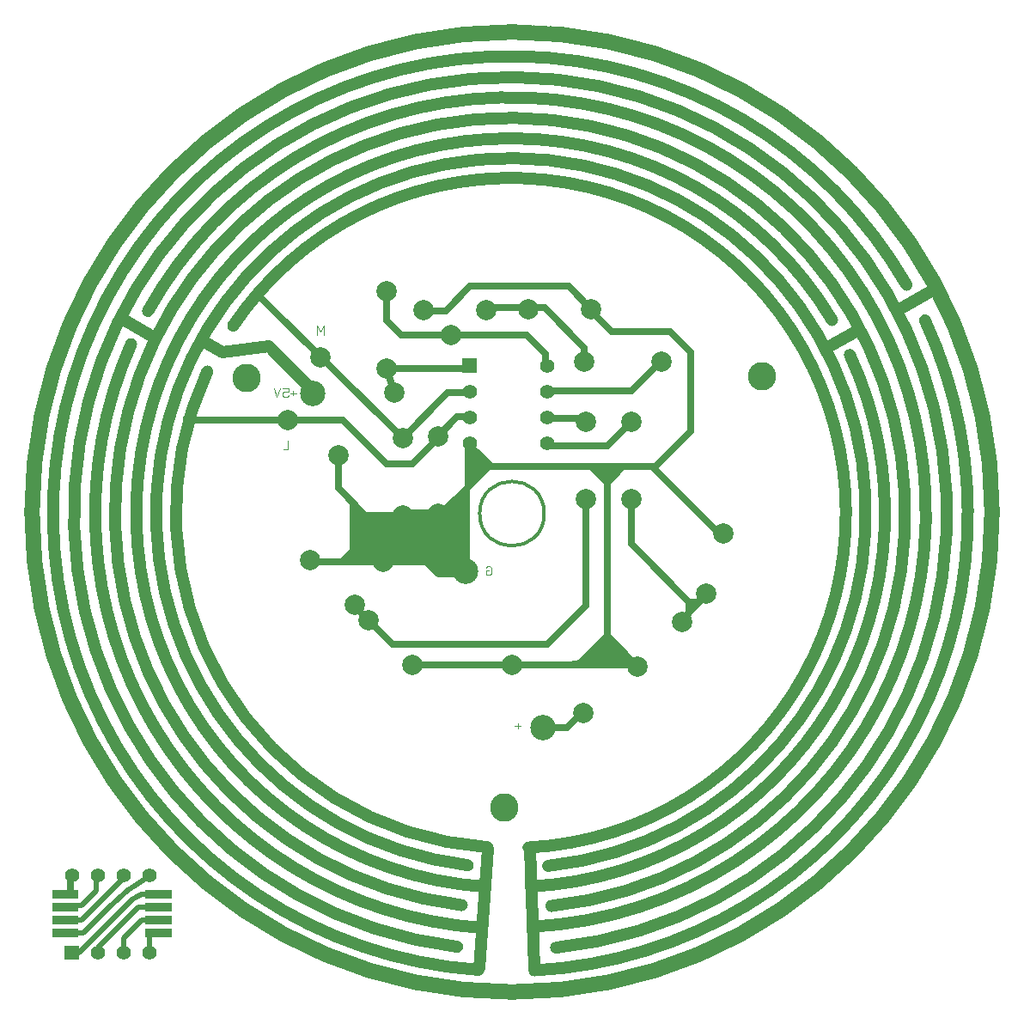
<source format=gbr>
%FSLAX32Y32*%
%MOMM*%
%LNCOPPER2*%
G71*
G01*
%ADD10C, 0.11*%
%ADD11C, 2.50*%
%ADD12C, 1.20*%
%ADD13C, 1.16*%
%ADD14C, 2.80*%
%ADD15C, 1.50*%
%ADD16C, 2.00*%
%ADD17C, 0.30*%
%ADD18C, 1.40*%
%ADD19C, 0.70*%
%ADD20C, 0.15*%
%ADD21C, 2.50*%
%ADD22C, 0.50*%
%LPD*%
G54D10*
X4698Y6313D02*
X4644Y6313D01*
G54D10*
X4671Y6335D02*
X4671Y6291D01*
G54D10*
X4567Y6363D02*
X4621Y6363D01*
X4621Y6324D01*
X4614Y6324D01*
X4601Y6330D01*
X4587Y6330D01*
X4574Y6324D01*
X4567Y6313D01*
X4567Y6291D01*
X4574Y6280D01*
X4587Y6274D01*
X4601Y6274D01*
X4614Y6280D01*
X4621Y6291D01*
G54D10*
X4544Y6363D02*
X4510Y6274D01*
X4477Y6363D01*
X4862Y6314D02*
G54D11*
D03*
G54D12*
G75*
G01X6988Y1835D02*
G03X4078Y6978I-173J3297D01*
G01*
G54D12*
G75*
G01X7181Y1654D02*
G03X6389Y1661I-366J3478D01*
G01*
G54D12*
G75*
G01X9980Y7034D02*
G03X6557Y1449I-3165J-1902D01*
G01*
G54D12*
G75*
G01X7214Y1259D02*
G03X6332Y1267I-407J3873D01*
G01*
G54D12*
G75*
G01X3072Y6796D02*
G03X6529Y1043I3743J-1666D01*
G01*
G54D12*
G75*
G01X7008Y1451D02*
G03X10156Y6690I-193J3681D01*
G01*
G54D12*
G75*
G01X3822Y6527D02*
G03X6585Y1838I2993J-1395D01*
G01*
G54D13*
X9942Y6766D02*
X10228Y6925D01*
G54D12*
G75*
G01X7029Y1055D02*
G03X3239Y7121I-214J4084D01*
G01*
X9292Y6481D02*
G54D14*
D03*
X4212Y6465D02*
G54D14*
D03*
X6752Y2226D02*
G54D14*
D03*
G54D15*
G75*
G01X2095Y5142D02*
G03X2095Y5142I4731J0D01*
G01*
G54D12*
X7000Y1824D02*
X7048Y649D01*
G54D12*
G75*
G01X7260Y848D02*
G03X6286Y856I-450J4278D01*
G01*
G54D12*
X3286Y6872D02*
X2984Y7047D01*
G54D12*
G75*
G01X7046Y624D02*
G03X10896Y7031I-236J4502D01*
G01*
G54D12*
G75*
G01X10714Y7380D02*
G03X6496Y629I-3904J-2254D01*
G01*
G54D12*
X6508Y649D02*
X6588Y1824D01*
G54D12*
X4857Y6316D02*
X4857Y6348D01*
X4429Y6777D01*
X3976Y6713D01*
X3778Y6825D01*
G54D13*
X10657Y7147D02*
X10943Y7306D01*
X6574Y7129D02*
G54D16*
D03*
X5955Y7129D02*
G54D16*
D03*
X8301Y6620D02*
G54D16*
D03*
X7539Y6620D02*
G54D16*
D03*
X7555Y6033D02*
G54D16*
D03*
X7555Y5271D02*
G54D16*
D03*
G54D17*
G75*
G01X6507Y5126D02*
G03X6507Y5126I318J0D01*
G01*
G36*
X6477Y6654D02*
X6477Y6514D01*
X6337Y6514D01*
X6337Y6654D01*
X6477Y6654D01*
G37*
X6407Y6330D02*
G54D18*
D03*
X6407Y6076D02*
G54D18*
D03*
X6407Y5822D02*
G54D18*
D03*
X7169Y5822D02*
G54D18*
D03*
X7169Y6076D02*
G54D18*
D03*
X7169Y6330D02*
G54D18*
D03*
X7169Y6584D02*
G54D18*
D03*
X8498Y4057D02*
G54D16*
D03*
X8060Y3619D02*
G54D16*
D03*
X7604Y7139D02*
G54D16*
D03*
X6985Y7139D02*
G54D16*
D03*
X8910Y4930D02*
G54D16*
D03*
X8742Y4334D02*
G54D16*
D03*
G54D19*
X7160Y6333D02*
X8001Y6333D01*
X8303Y6634D01*
G54D19*
X7541Y6619D02*
X7541Y6762D01*
X7144Y7158D01*
X7001Y7158D01*
X6588Y7158D01*
X6556Y7127D01*
G54D19*
X5937Y7127D02*
X6175Y7127D01*
X6414Y7365D01*
X7382Y7365D01*
X7604Y7142D01*
X7604Y7127D01*
X7810Y6920D01*
X8382Y6920D01*
X8588Y6714D01*
X8588Y5936D01*
X8239Y5587D01*
X6620Y5587D01*
X6398Y5809D01*
X8000Y6033D02*
G54D16*
D03*
X8000Y5271D02*
G54D16*
D03*
G54D19*
X7160Y6063D02*
X7556Y6063D01*
X7604Y6015D01*
G54D19*
X7176Y5793D02*
X7763Y5793D01*
X8001Y6031D01*
G54D19*
X8001Y5269D02*
X8001Y4825D01*
X8620Y4206D01*
X8477Y4047D01*
X5276Y4231D02*
G54D16*
D03*
X4838Y4669D02*
G54D16*
D03*
X5846Y3635D02*
G54D16*
D03*
X5408Y4073D02*
G54D16*
D03*
G54D19*
X4842Y4650D02*
X5652Y4650D01*
X6604Y5603D01*
X6097Y5127D02*
G54D16*
D03*
X6097Y5889D02*
G54D16*
D03*
X5748Y5111D02*
G54D16*
D03*
X5748Y5873D02*
G54D16*
D03*
G36*
X6096Y5110D02*
X5731Y5110D01*
X5731Y5095D01*
X5286Y4650D01*
X5636Y4650D01*
X6112Y5126D01*
X6096Y5110D01*
G37*
G54D20*
X6096Y5110D02*
X5731Y5110D01*
X5731Y5095D01*
X5286Y4650D01*
X5636Y4650D01*
X6112Y5126D01*
X6096Y5110D01*
G36*
X5731Y5158D02*
X6128Y5158D01*
X6080Y5158D01*
X6001Y5079D01*
X5715Y5079D01*
X5794Y5158D01*
X5731Y5158D01*
G37*
G54D20*
X5731Y5158D02*
X6128Y5158D01*
X6080Y5158D01*
X6001Y5079D01*
X5715Y5079D01*
X5794Y5158D01*
X5731Y5158D01*
G54D19*
X6398Y6317D02*
X6191Y6317D01*
X5731Y5857D01*
X5731Y5888D01*
X4334Y7270D01*
X6223Y6888D02*
G54D16*
D03*
G54D19*
X6779Y6888D02*
X6969Y6888D01*
X7160Y6698D01*
X7160Y6603D01*
G36*
X7604Y5587D02*
X7763Y5428D01*
X7922Y5587D01*
X7620Y5587D01*
X7604Y5587D01*
G37*
G54D19*
X7604Y5587D02*
X7763Y5428D01*
X7922Y5587D01*
X7620Y5587D01*
X7604Y5587D01*
G36*
X6414Y5825D02*
X6414Y5412D01*
X6604Y5603D01*
X6398Y5809D01*
X6398Y5396D01*
X6414Y5825D01*
G37*
G54D19*
X6414Y5825D02*
X6414Y5412D01*
X6604Y5603D01*
X6398Y5809D01*
X6398Y5396D01*
X6414Y5825D01*
X5589Y6556D02*
G54D16*
D03*
X5589Y7318D02*
G54D16*
D03*
G54D19*
X6414Y6079D02*
X6286Y6079D01*
X6096Y5888D01*
X6096Y5872D01*
X5842Y5618D01*
X5588Y5618D01*
X5159Y6047D01*
X3635Y6047D01*
X3620Y6063D01*
X5667Y6317D02*
G54D16*
D03*
X5112Y5698D02*
G54D16*
D03*
G54D19*
X5112Y5698D02*
X5112Y5380D01*
X5382Y5110D01*
X5731Y5110D01*
G54D19*
X7556Y5269D02*
X7556Y4222D01*
X7176Y3840D01*
X5652Y3840D01*
X5255Y4237D01*
X6366Y4555D02*
G54D21*
D03*
G54D19*
X7763Y5460D02*
X7763Y3920D01*
X8049Y3634D01*
G54D19*
X8731Y4333D02*
X8731Y4317D01*
X8572Y4158D01*
X8731Y4317D01*
X8572Y4158D01*
G36*
X8572Y4158D02*
X8572Y4253D01*
X8668Y4253D01*
X8572Y4158D01*
G37*
G54D19*
X8572Y4158D02*
X8572Y4253D01*
X8668Y4253D01*
X8572Y4158D01*
G54D19*
X5858Y3634D02*
X7477Y3634D01*
X7763Y3920D01*
G36*
X7398Y3634D02*
X8080Y3634D01*
X8049Y3634D01*
X7763Y3920D01*
X7493Y3650D01*
X7398Y3634D01*
G37*
G54D19*
X7398Y3634D02*
X8080Y3634D01*
X8049Y3634D01*
X7763Y3920D01*
X7493Y3650D01*
X7398Y3634D01*
G54D19*
X6366Y4555D02*
X6239Y4555D01*
X5842Y4952D01*
X7128Y3015D02*
G54D21*
D03*
G54D19*
X7128Y3015D02*
X7366Y3015D01*
X7509Y3158D01*
X7525Y3158D02*
G54D16*
D03*
X4937Y6666D02*
G54D16*
D03*
X4620Y6047D02*
G54D16*
D03*
X5556Y4650D02*
G54D16*
D03*
X6826Y3634D02*
G54D16*
D03*
G54D10*
X6596Y4565D02*
X6569Y4565D01*
X6569Y4537D01*
X6576Y4526D01*
X6589Y4520D01*
X6603Y4520D01*
X6616Y4526D01*
X6623Y4537D01*
X6623Y4593D01*
X6616Y4604D01*
X6603Y4609D01*
X6589Y4609D01*
X6576Y4604D01*
X6569Y4593D01*
G54D10*
X6908Y3034D02*
X6855Y3034D01*
G54D10*
X6882Y3056D02*
X6882Y3012D01*
G54D10*
X4970Y6886D02*
X4970Y6975D01*
X4936Y6919D01*
X4903Y6975D01*
X4903Y6886D01*
G54D10*
X4616Y5848D02*
X4616Y5759D01*
X4570Y5759D01*
G54D19*
X8890Y4920D02*
X8874Y4920D01*
X8207Y5587D01*
G54D19*
X5667Y6317D02*
X5588Y6555D01*
G54D19*
X5588Y6555D02*
X6382Y6555D01*
X6414Y6587D01*
G54D19*
X5588Y7317D02*
X5588Y7031D01*
X5731Y6888D01*
X6779Y6888D01*
G36*
X2417Y867D02*
X2557Y867D01*
X2557Y727D01*
X2417Y727D01*
X2417Y867D01*
G37*
X2741Y797D02*
G54D18*
D03*
X2995Y797D02*
G54D18*
D03*
X3249Y797D02*
G54D18*
D03*
X3249Y1559D02*
G54D18*
D03*
X2995Y1559D02*
G54D18*
D03*
X2741Y1559D02*
G54D18*
D03*
X2487Y1559D02*
G54D18*
D03*
G36*
X3472Y1414D02*
X3472Y1334D01*
X3212Y1334D01*
X3212Y1414D01*
X3472Y1414D01*
G37*
G36*
X3472Y1287D02*
X3472Y1207D01*
X3212Y1207D01*
X3212Y1287D01*
X3472Y1287D01*
G37*
G36*
X3472Y1160D02*
X3472Y1080D01*
X3212Y1080D01*
X3212Y1160D01*
X3472Y1160D01*
G37*
G36*
X3472Y1033D02*
X3472Y953D01*
X3212Y953D01*
X3212Y1033D01*
X3472Y1033D01*
G37*
G36*
X2552Y1033D02*
X2552Y953D01*
X2292Y953D01*
X2292Y1033D01*
X2552Y1033D01*
G37*
G36*
X2552Y1160D02*
X2552Y1080D01*
X2292Y1080D01*
X2292Y1160D01*
X2552Y1160D01*
G37*
G36*
X2552Y1287D02*
X2552Y1207D01*
X2292Y1207D01*
X2292Y1287D01*
X2552Y1287D01*
G37*
G36*
X2552Y1414D02*
X2552Y1334D01*
X2292Y1334D01*
X2292Y1414D01*
X2552Y1414D01*
G37*
G54D19*
X2476Y1372D02*
X2476Y1547D01*
X2492Y1562D01*
G54D22*
X2524Y1261D02*
X2588Y1261D01*
X2730Y1404D01*
X2730Y1562D01*
G54D22*
X2540Y1118D02*
X2588Y1118D01*
X3000Y1531D01*
G54D22*
X2492Y991D02*
X2604Y991D01*
X2858Y1245D01*
X3040Y1420D01*
X3112Y1459D01*
X3238Y1547D01*
G54D22*
X3254Y800D02*
X3254Y991D01*
G54D22*
X3000Y800D02*
X3000Y943D01*
X3175Y1118D01*
X3334Y1118D01*
G54D22*
X2746Y800D02*
X2746Y848D01*
X3143Y1245D01*
X3302Y1245D01*
G54D22*
X2476Y800D02*
X2556Y800D01*
X3080Y1324D01*
X3127Y1348D01*
X3175Y1372D01*
X3270Y1372D01*
G36*
X5247Y5253D02*
X5247Y4650D01*
X5255Y4642D01*
X5667Y4642D01*
X5913Y4642D01*
X5977Y4642D01*
X6096Y4523D01*
X6350Y4523D01*
X6382Y4555D01*
X6382Y5372D01*
X6374Y5380D01*
X6374Y5372D01*
X6120Y5118D01*
X5390Y5118D01*
X5366Y5118D01*
X5263Y5222D01*
X5247Y5253D01*
G37*
G54D22*
X5247Y5253D02*
X5247Y4650D01*
X5255Y4642D01*
X5667Y4642D01*
X5913Y4642D01*
X5977Y4642D01*
X6096Y4523D01*
X6350Y4523D01*
X6382Y4555D01*
X6382Y5372D01*
X6374Y5380D01*
X6374Y5372D01*
X6120Y5118D01*
X5390Y5118D01*
X5366Y5118D01*
X5263Y5222D01*
X5247Y5253D01*
G36*
X5144Y4650D02*
X5270Y4777D01*
X5270Y4666D01*
X5255Y4650D01*
X5151Y4650D01*
X5144Y4650D01*
G37*
G54D22*
X5144Y4650D02*
X5270Y4777D01*
X5270Y4666D01*
X5255Y4650D01*
X5151Y4650D01*
X5144Y4650D01*
M02*

</source>
